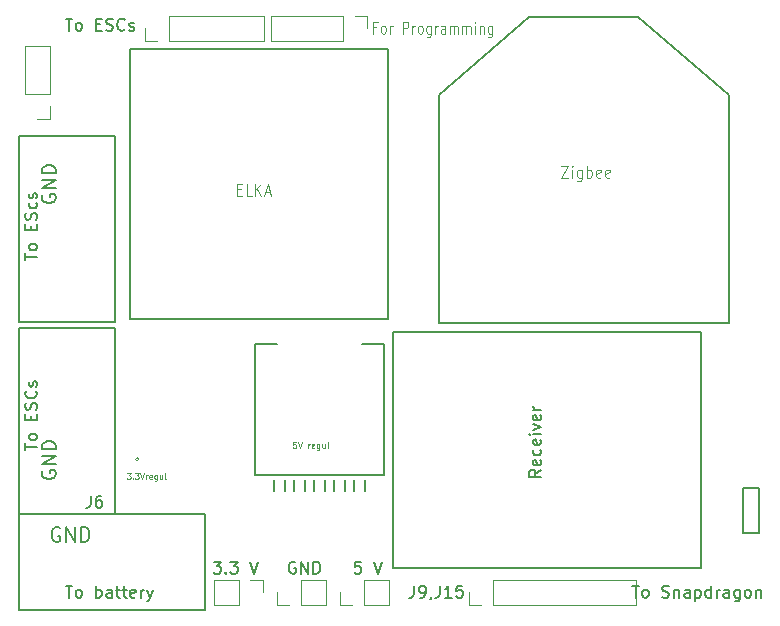
<source format=gbr>
G04 #@! TF.GenerationSoftware,KiCad,Pcbnew,5.0.0-rc3-unknown-3e22e5c~65~ubuntu16.04.1*
G04 #@! TF.CreationDate,2018-07-12T16:40:26-04:00*
G04 #@! TF.ProjectId,Phoenix_schema_ver3,50686F656E69785F736368656D615F76,rev?*
G04 #@! TF.SameCoordinates,Original*
G04 #@! TF.FileFunction,Legend,Top*
G04 #@! TF.FilePolarity,Positive*
%FSLAX46Y46*%
G04 Gerber Fmt 4.6, Leading zero omitted, Abs format (unit mm)*
G04 Created by KiCad (PCBNEW 5.0.0-rc3-unknown-3e22e5c~65~ubuntu16.04.1) date Thu Jul 12 16:40:26 2018*
%MOMM*%
%LPD*%
G01*
G04 APERTURE LIST*
%ADD10C,0.200000*%
%ADD11C,0.150000*%
%ADD12C,0.120000*%
%ADD13C,0.152400*%
%ADD14C,0.100000*%
%ADD15C,0.050000*%
G04 APERTURE END LIST*
D10*
X133858000Y-73914000D02*
X112014000Y-73914000D01*
X133858000Y-96774000D02*
X133858000Y-73914000D01*
X112014000Y-96774000D02*
X133858000Y-96774000D01*
X112014000Y-73914000D02*
X112014000Y-96774000D01*
X104556000Y-86258285D02*
X104498857Y-86372571D01*
X104498857Y-86544000D01*
X104556000Y-86715428D01*
X104670285Y-86829714D01*
X104784571Y-86886857D01*
X105013142Y-86944000D01*
X105184571Y-86944000D01*
X105413142Y-86886857D01*
X105527428Y-86829714D01*
X105641714Y-86715428D01*
X105698857Y-86544000D01*
X105698857Y-86429714D01*
X105641714Y-86258285D01*
X105584571Y-86201142D01*
X105184571Y-86201142D01*
X105184571Y-86429714D01*
X105698857Y-85686857D02*
X104498857Y-85686857D01*
X105698857Y-85001142D01*
X104498857Y-85001142D01*
X105698857Y-84429714D02*
X104498857Y-84429714D01*
X104498857Y-84144000D01*
X104556000Y-83972571D01*
X104670285Y-83858285D01*
X104784571Y-83801142D01*
X105013142Y-83744000D01*
X105184571Y-83744000D01*
X105413142Y-83801142D01*
X105527428Y-83858285D01*
X105641714Y-83972571D01*
X105698857Y-84144000D01*
X105698857Y-84429714D01*
X104556000Y-109626285D02*
X104498857Y-109740571D01*
X104498857Y-109912000D01*
X104556000Y-110083428D01*
X104670285Y-110197714D01*
X104784571Y-110254857D01*
X105013142Y-110312000D01*
X105184571Y-110312000D01*
X105413142Y-110254857D01*
X105527428Y-110197714D01*
X105641714Y-110083428D01*
X105698857Y-109912000D01*
X105698857Y-109797714D01*
X105641714Y-109626285D01*
X105584571Y-109569142D01*
X105184571Y-109569142D01*
X105184571Y-109797714D01*
X105698857Y-109054857D02*
X104498857Y-109054857D01*
X105698857Y-108369142D01*
X104498857Y-108369142D01*
X105698857Y-107797714D02*
X104498857Y-107797714D01*
X104498857Y-107512000D01*
X104556000Y-107340571D01*
X104670285Y-107226285D01*
X104784571Y-107169142D01*
X105013142Y-107112000D01*
X105184571Y-107112000D01*
X105413142Y-107169142D01*
X105527428Y-107226285D01*
X105641714Y-107340571D01*
X105698857Y-107512000D01*
X105698857Y-107797714D01*
X106019714Y-114462000D02*
X105905428Y-114404857D01*
X105734000Y-114404857D01*
X105562571Y-114462000D01*
X105448285Y-114576285D01*
X105391142Y-114690571D01*
X105334000Y-114919142D01*
X105334000Y-115090571D01*
X105391142Y-115319142D01*
X105448285Y-115433428D01*
X105562571Y-115547714D01*
X105734000Y-115604857D01*
X105848285Y-115604857D01*
X106019714Y-115547714D01*
X106076857Y-115490571D01*
X106076857Y-115090571D01*
X105848285Y-115090571D01*
X106591142Y-115604857D02*
X106591142Y-114404857D01*
X107276857Y-115604857D01*
X107276857Y-114404857D01*
X107848285Y-115604857D02*
X107848285Y-114404857D01*
X108134000Y-114404857D01*
X108305428Y-114462000D01*
X108419714Y-114576285D01*
X108476857Y-114690571D01*
X108534000Y-114919142D01*
X108534000Y-115090571D01*
X108476857Y-115319142D01*
X108419714Y-115433428D01*
X108305428Y-115547714D01*
X108134000Y-115604857D01*
X107848285Y-115604857D01*
D11*
G04 #@! TO.C,Zigbee*
X162712400Y-77774800D02*
X162712400Y-97129600D01*
X162712400Y-97129600D02*
X138176000Y-97129600D01*
X138176000Y-97129600D02*
X138176000Y-77825600D01*
X154990800Y-71221600D02*
X162712400Y-77774800D01*
X138176000Y-77825600D02*
X145745200Y-71170800D01*
X145745200Y-71170800D02*
X154990800Y-71170800D01*
D12*
G04 #@! TO.C,J9\002CJ15*
X140672000Y-120948000D02*
X140672000Y-119888000D01*
X141732000Y-120948000D02*
X140672000Y-120948000D01*
X142732000Y-120948000D02*
X142732000Y-118828000D01*
X142732000Y-118828000D02*
X154792000Y-118828000D01*
X142732000Y-120948000D02*
X154792000Y-120948000D01*
X154792000Y-120948000D02*
X154792000Y-118828000D01*
D11*
G04 #@! TO.C,R1*
X165201600Y-114858800D02*
X165201600Y-114604800D01*
X163880800Y-114858800D02*
X165201600Y-114858800D01*
X163880800Y-114655600D02*
X163880800Y-114858800D01*
X163880800Y-111048800D02*
X163880800Y-114655600D01*
X165201600Y-111048800D02*
X163880800Y-111048800D01*
X165201600Y-111048800D02*
X165201600Y-114655600D01*
X160324800Y-97840800D02*
X134264400Y-97840800D01*
X160324800Y-117856000D02*
X160324800Y-97840800D01*
X134264400Y-117856000D02*
X160324800Y-117856000D01*
X134264400Y-97840800D02*
X134264400Y-117856000D01*
D12*
G04 #@! TO.C,To ESCs*
X123360000Y-73196000D02*
X123360000Y-71076000D01*
X115300000Y-73196000D02*
X123360000Y-73196000D01*
X115300000Y-71076000D02*
X123360000Y-71076000D01*
X115300000Y-73196000D02*
X115300000Y-71076000D01*
X114300000Y-73196000D02*
X113240000Y-73196000D01*
X113240000Y-73196000D02*
X113240000Y-72136000D01*
D11*
G04 #@! TO.C,To EScs*
X110744000Y-81280000D02*
X102616000Y-81280000D01*
X102616000Y-81280000D02*
X102616000Y-81407000D01*
X110744000Y-81280000D02*
X110744000Y-97028000D01*
X110744000Y-97028000D02*
X102616000Y-97028000D01*
X102616000Y-97028000D02*
X102616000Y-81407000D01*
G04 #@! TO.C,J1*
X102616000Y-113284000D02*
X110744000Y-113284000D01*
X110744000Y-113284000D02*
X110744000Y-113157000D01*
X102616000Y-113284000D02*
X102616000Y-97536000D01*
X102616000Y-97536000D02*
X110744000Y-97536000D01*
X110744000Y-97536000D02*
X110744000Y-113157000D01*
D12*
G04 #@! TO.C,J16*
X123940000Y-71076000D02*
X123940000Y-73196000D01*
X130000000Y-71076000D02*
X123940000Y-71076000D01*
X130000000Y-73196000D02*
X123940000Y-73196000D01*
X130000000Y-71076000D02*
X130000000Y-73196000D01*
X131000000Y-71076000D02*
X132060000Y-71076000D01*
X132060000Y-71076000D02*
X132060000Y-72136000D01*
G04 #@! TO.C,J3*
X119114000Y-118828000D02*
X119114000Y-120948000D01*
X121174000Y-118828000D02*
X119114000Y-118828000D01*
X121174000Y-120948000D02*
X119114000Y-120948000D01*
X121174000Y-118828000D02*
X121174000Y-120948000D01*
X122174000Y-118828000D02*
X123234000Y-118828000D01*
X123234000Y-118828000D02*
X123234000Y-119888000D01*
G04 #@! TO.C,J4*
X128536000Y-120948000D02*
X128536000Y-118828000D01*
X126476000Y-120948000D02*
X128536000Y-120948000D01*
X126476000Y-118828000D02*
X128536000Y-118828000D01*
X126476000Y-120948000D02*
X126476000Y-118828000D01*
X125476000Y-120948000D02*
X124416000Y-120948000D01*
X124416000Y-120948000D02*
X124416000Y-119888000D01*
G04 #@! TO.C,J5*
X133870000Y-120948000D02*
X133870000Y-118828000D01*
X131810000Y-120948000D02*
X133870000Y-120948000D01*
X131810000Y-118828000D02*
X133870000Y-118828000D01*
X131810000Y-120948000D02*
X131810000Y-118828000D01*
X130810000Y-120948000D02*
X129750000Y-120948000D01*
X129750000Y-120948000D02*
X129750000Y-119888000D01*
D11*
G04 #@! TO.C,J6*
X102616000Y-113284000D02*
X102616000Y-121412000D01*
X102616000Y-121412000D02*
X102743000Y-121412000D01*
X102616000Y-113284000D02*
X118364000Y-113284000D01*
X118364000Y-113284000D02*
X118364000Y-121412000D01*
X118364000Y-121412000D02*
X102743000Y-121412000D01*
D13*
G04 #@! TO.C,*
X124155200Y-110426500D02*
X124155200Y-111340900D01*
X125857000Y-110426500D02*
X125857000Y-111340900D01*
X127558800Y-110426500D02*
X127558800Y-111340900D01*
X129260600Y-110426500D02*
X129260600Y-111340900D01*
X130962400Y-110426500D02*
X130962400Y-111340900D01*
X125069600Y-110426500D02*
X125069600Y-111340900D01*
X126771400Y-110426500D02*
X126771400Y-111340900D01*
X128473200Y-110426500D02*
X128473200Y-111340900D01*
X130175000Y-110426500D02*
X130175000Y-111340900D01*
X131876800Y-110426500D02*
X131876800Y-111340900D01*
X122555000Y-109943900D02*
X133477000Y-109943900D01*
X133477000Y-109943900D02*
X133477000Y-98844100D01*
X133477000Y-98844100D02*
X131625340Y-98844100D01*
X122555000Y-98844100D02*
X122555000Y-109943900D01*
X124406660Y-98844100D02*
X122555000Y-98844100D01*
D14*
X112740000Y-108632000D02*
G75*
G03X112740000Y-108632000I-150000J0D01*
G01*
D12*
X105200000Y-73680000D02*
X103080000Y-73680000D01*
X105200000Y-77740000D02*
X105200000Y-73680000D01*
X103080000Y-77740000D02*
X103080000Y-73680000D01*
X105200000Y-77740000D02*
X103080000Y-77740000D01*
X105200000Y-78740000D02*
X105200000Y-79800000D01*
X105200000Y-79800000D02*
X104140000Y-79800000D01*
G04 #@! TO.C,ELKA*
D15*
X121035142Y-85780571D02*
X121335142Y-85780571D01*
X121463714Y-86304380D02*
X121035142Y-86304380D01*
X121035142Y-85304380D01*
X121463714Y-85304380D01*
X122278000Y-86304380D02*
X121849428Y-86304380D01*
X121849428Y-85304380D01*
X122578000Y-86304380D02*
X122578000Y-85304380D01*
X123092285Y-86304380D02*
X122706571Y-85732952D01*
X123092285Y-85304380D02*
X122578000Y-85875809D01*
X123435142Y-86018666D02*
X123863714Y-86018666D01*
X123349428Y-86304380D02*
X123649428Y-85304380D01*
X123949428Y-86304380D01*
G04 #@! TO.C,Zigbee*
X148471200Y-83780380D02*
X149071200Y-83780380D01*
X148471200Y-84780380D01*
X149071200Y-84780380D01*
X149414057Y-84780380D02*
X149414057Y-84113714D01*
X149414057Y-83780380D02*
X149371200Y-83828000D01*
X149414057Y-83875619D01*
X149456914Y-83828000D01*
X149414057Y-83780380D01*
X149414057Y-83875619D01*
X150228342Y-84113714D02*
X150228342Y-84923238D01*
X150185485Y-85018476D01*
X150142628Y-85066095D01*
X150056914Y-85113714D01*
X149928342Y-85113714D01*
X149842628Y-85066095D01*
X150228342Y-84732761D02*
X150142628Y-84780380D01*
X149971200Y-84780380D01*
X149885485Y-84732761D01*
X149842628Y-84685142D01*
X149799771Y-84589904D01*
X149799771Y-84304190D01*
X149842628Y-84208952D01*
X149885485Y-84161333D01*
X149971200Y-84113714D01*
X150142628Y-84113714D01*
X150228342Y-84161333D01*
X150656914Y-84780380D02*
X150656914Y-83780380D01*
X150656914Y-84161333D02*
X150742628Y-84113714D01*
X150914057Y-84113714D01*
X150999771Y-84161333D01*
X151042628Y-84208952D01*
X151085485Y-84304190D01*
X151085485Y-84589904D01*
X151042628Y-84685142D01*
X150999771Y-84732761D01*
X150914057Y-84780380D01*
X150742628Y-84780380D01*
X150656914Y-84732761D01*
X151814057Y-84732761D02*
X151728342Y-84780380D01*
X151556914Y-84780380D01*
X151471200Y-84732761D01*
X151428342Y-84637523D01*
X151428342Y-84256571D01*
X151471200Y-84161333D01*
X151556914Y-84113714D01*
X151728342Y-84113714D01*
X151814057Y-84161333D01*
X151856914Y-84256571D01*
X151856914Y-84351809D01*
X151428342Y-84447047D01*
X152585485Y-84732761D02*
X152499771Y-84780380D01*
X152328342Y-84780380D01*
X152242628Y-84732761D01*
X152199771Y-84637523D01*
X152199771Y-84256571D01*
X152242628Y-84161333D01*
X152328342Y-84113714D01*
X152499771Y-84113714D01*
X152585485Y-84161333D01*
X152628342Y-84256571D01*
X152628342Y-84351809D01*
X152199771Y-84447047D01*
G04 #@! TO.C,J9\002CJ15*
D11*
X136017238Y-119340380D02*
X136017238Y-120054666D01*
X135969619Y-120197523D01*
X135874380Y-120292761D01*
X135731523Y-120340380D01*
X135636285Y-120340380D01*
X136541047Y-120340380D02*
X136731523Y-120340380D01*
X136826761Y-120292761D01*
X136874380Y-120245142D01*
X136969619Y-120102285D01*
X137017238Y-119911809D01*
X137017238Y-119530857D01*
X136969619Y-119435619D01*
X136922000Y-119388000D01*
X136826761Y-119340380D01*
X136636285Y-119340380D01*
X136541047Y-119388000D01*
X136493428Y-119435619D01*
X136445809Y-119530857D01*
X136445809Y-119768952D01*
X136493428Y-119864190D01*
X136541047Y-119911809D01*
X136636285Y-119959428D01*
X136826761Y-119959428D01*
X136922000Y-119911809D01*
X136969619Y-119864190D01*
X137017238Y-119768952D01*
X137493428Y-120292761D02*
X137493428Y-120340380D01*
X137445809Y-120435619D01*
X137398190Y-120483238D01*
X138207714Y-119340380D02*
X138207714Y-120054666D01*
X138160095Y-120197523D01*
X138064857Y-120292761D01*
X137922000Y-120340380D01*
X137826761Y-120340380D01*
X139207714Y-120340380D02*
X138636285Y-120340380D01*
X138922000Y-120340380D02*
X138922000Y-119340380D01*
X138826761Y-119483238D01*
X138731523Y-119578476D01*
X138636285Y-119626095D01*
X140112476Y-119340380D02*
X139636285Y-119340380D01*
X139588666Y-119816571D01*
X139636285Y-119768952D01*
X139731523Y-119721333D01*
X139969619Y-119721333D01*
X140064857Y-119768952D01*
X140112476Y-119816571D01*
X140160095Y-119911809D01*
X140160095Y-120149904D01*
X140112476Y-120245142D01*
X140064857Y-120292761D01*
X139969619Y-120340380D01*
X139731523Y-120340380D01*
X139636285Y-120292761D01*
X139588666Y-120245142D01*
X154496190Y-119340380D02*
X155067619Y-119340380D01*
X154781904Y-120340380D02*
X154781904Y-119340380D01*
X155543809Y-120340380D02*
X155448571Y-120292761D01*
X155400952Y-120245142D01*
X155353333Y-120149904D01*
X155353333Y-119864190D01*
X155400952Y-119768952D01*
X155448571Y-119721333D01*
X155543809Y-119673714D01*
X155686666Y-119673714D01*
X155781904Y-119721333D01*
X155829523Y-119768952D01*
X155877142Y-119864190D01*
X155877142Y-120149904D01*
X155829523Y-120245142D01*
X155781904Y-120292761D01*
X155686666Y-120340380D01*
X155543809Y-120340380D01*
X157020000Y-120292761D02*
X157162857Y-120340380D01*
X157400952Y-120340380D01*
X157496190Y-120292761D01*
X157543809Y-120245142D01*
X157591428Y-120149904D01*
X157591428Y-120054666D01*
X157543809Y-119959428D01*
X157496190Y-119911809D01*
X157400952Y-119864190D01*
X157210476Y-119816571D01*
X157115238Y-119768952D01*
X157067619Y-119721333D01*
X157020000Y-119626095D01*
X157020000Y-119530857D01*
X157067619Y-119435619D01*
X157115238Y-119388000D01*
X157210476Y-119340380D01*
X157448571Y-119340380D01*
X157591428Y-119388000D01*
X158020000Y-119673714D02*
X158020000Y-120340380D01*
X158020000Y-119768952D02*
X158067619Y-119721333D01*
X158162857Y-119673714D01*
X158305714Y-119673714D01*
X158400952Y-119721333D01*
X158448571Y-119816571D01*
X158448571Y-120340380D01*
X159353333Y-120340380D02*
X159353333Y-119816571D01*
X159305714Y-119721333D01*
X159210476Y-119673714D01*
X159020000Y-119673714D01*
X158924761Y-119721333D01*
X159353333Y-120292761D02*
X159258095Y-120340380D01*
X159020000Y-120340380D01*
X158924761Y-120292761D01*
X158877142Y-120197523D01*
X158877142Y-120102285D01*
X158924761Y-120007047D01*
X159020000Y-119959428D01*
X159258095Y-119959428D01*
X159353333Y-119911809D01*
X159829523Y-119673714D02*
X159829523Y-120673714D01*
X159829523Y-119721333D02*
X159924761Y-119673714D01*
X160115238Y-119673714D01*
X160210476Y-119721333D01*
X160258095Y-119768952D01*
X160305714Y-119864190D01*
X160305714Y-120149904D01*
X160258095Y-120245142D01*
X160210476Y-120292761D01*
X160115238Y-120340380D01*
X159924761Y-120340380D01*
X159829523Y-120292761D01*
X161162857Y-120340380D02*
X161162857Y-119340380D01*
X161162857Y-120292761D02*
X161067619Y-120340380D01*
X160877142Y-120340380D01*
X160781904Y-120292761D01*
X160734285Y-120245142D01*
X160686666Y-120149904D01*
X160686666Y-119864190D01*
X160734285Y-119768952D01*
X160781904Y-119721333D01*
X160877142Y-119673714D01*
X161067619Y-119673714D01*
X161162857Y-119721333D01*
X161639047Y-120340380D02*
X161639047Y-119673714D01*
X161639047Y-119864190D02*
X161686666Y-119768952D01*
X161734285Y-119721333D01*
X161829523Y-119673714D01*
X161924761Y-119673714D01*
X162686666Y-120340380D02*
X162686666Y-119816571D01*
X162639047Y-119721333D01*
X162543809Y-119673714D01*
X162353333Y-119673714D01*
X162258095Y-119721333D01*
X162686666Y-120292761D02*
X162591428Y-120340380D01*
X162353333Y-120340380D01*
X162258095Y-120292761D01*
X162210476Y-120197523D01*
X162210476Y-120102285D01*
X162258095Y-120007047D01*
X162353333Y-119959428D01*
X162591428Y-119959428D01*
X162686666Y-119911809D01*
X163591428Y-119673714D02*
X163591428Y-120483238D01*
X163543809Y-120578476D01*
X163496190Y-120626095D01*
X163400952Y-120673714D01*
X163258095Y-120673714D01*
X163162857Y-120626095D01*
X163591428Y-120292761D02*
X163496190Y-120340380D01*
X163305714Y-120340380D01*
X163210476Y-120292761D01*
X163162857Y-120245142D01*
X163115238Y-120149904D01*
X163115238Y-119864190D01*
X163162857Y-119768952D01*
X163210476Y-119721333D01*
X163305714Y-119673714D01*
X163496190Y-119673714D01*
X163591428Y-119721333D01*
X164210476Y-120340380D02*
X164115238Y-120292761D01*
X164067619Y-120245142D01*
X164020000Y-120149904D01*
X164020000Y-119864190D01*
X164067619Y-119768952D01*
X164115238Y-119721333D01*
X164210476Y-119673714D01*
X164353333Y-119673714D01*
X164448571Y-119721333D01*
X164496190Y-119768952D01*
X164543809Y-119864190D01*
X164543809Y-120149904D01*
X164496190Y-120245142D01*
X164448571Y-120292761D01*
X164353333Y-120340380D01*
X164210476Y-120340380D01*
X164972380Y-119673714D02*
X164972380Y-120340380D01*
X164972380Y-119768952D02*
X165020000Y-119721333D01*
X165115238Y-119673714D01*
X165258095Y-119673714D01*
X165353333Y-119721333D01*
X165400952Y-119816571D01*
X165400952Y-120340380D01*
G04 #@! TO.C,R1*
X146756380Y-109521333D02*
X146280190Y-109854666D01*
X146756380Y-110092761D02*
X145756380Y-110092761D01*
X145756380Y-109711809D01*
X145804000Y-109616571D01*
X145851619Y-109568952D01*
X145946857Y-109521333D01*
X146089714Y-109521333D01*
X146184952Y-109568952D01*
X146232571Y-109616571D01*
X146280190Y-109711809D01*
X146280190Y-110092761D01*
X146708761Y-108711809D02*
X146756380Y-108807047D01*
X146756380Y-108997523D01*
X146708761Y-109092761D01*
X146613523Y-109140380D01*
X146232571Y-109140380D01*
X146137333Y-109092761D01*
X146089714Y-108997523D01*
X146089714Y-108807047D01*
X146137333Y-108711809D01*
X146232571Y-108664190D01*
X146327809Y-108664190D01*
X146423047Y-109140380D01*
X146708761Y-107807047D02*
X146756380Y-107902285D01*
X146756380Y-108092761D01*
X146708761Y-108188000D01*
X146661142Y-108235619D01*
X146565904Y-108283238D01*
X146280190Y-108283238D01*
X146184952Y-108235619D01*
X146137333Y-108188000D01*
X146089714Y-108092761D01*
X146089714Y-107902285D01*
X146137333Y-107807047D01*
X146708761Y-106997523D02*
X146756380Y-107092761D01*
X146756380Y-107283238D01*
X146708761Y-107378476D01*
X146613523Y-107426095D01*
X146232571Y-107426095D01*
X146137333Y-107378476D01*
X146089714Y-107283238D01*
X146089714Y-107092761D01*
X146137333Y-106997523D01*
X146232571Y-106949904D01*
X146327809Y-106949904D01*
X146423047Y-107426095D01*
X146756380Y-106521333D02*
X146089714Y-106521333D01*
X145756380Y-106521333D02*
X145804000Y-106568952D01*
X145851619Y-106521333D01*
X145804000Y-106473714D01*
X145756380Y-106521333D01*
X145851619Y-106521333D01*
X146089714Y-106140380D02*
X146756380Y-105902285D01*
X146089714Y-105664190D01*
X146708761Y-104902285D02*
X146756380Y-104997523D01*
X146756380Y-105188000D01*
X146708761Y-105283238D01*
X146613523Y-105330857D01*
X146232571Y-105330857D01*
X146137333Y-105283238D01*
X146089714Y-105188000D01*
X146089714Y-104997523D01*
X146137333Y-104902285D01*
X146232571Y-104854666D01*
X146327809Y-104854666D01*
X146423047Y-105330857D01*
X146756380Y-104426095D02*
X146089714Y-104426095D01*
X146280190Y-104426095D02*
X146184952Y-104378476D01*
X146137333Y-104330857D01*
X146089714Y-104235619D01*
X146089714Y-104140380D01*
G04 #@! TO.C,To ESCs*
X106521619Y-71334380D02*
X107093047Y-71334380D01*
X106807333Y-72334380D02*
X106807333Y-71334380D01*
X107569238Y-72334380D02*
X107474000Y-72286761D01*
X107426380Y-72239142D01*
X107378761Y-72143904D01*
X107378761Y-71858190D01*
X107426380Y-71762952D01*
X107474000Y-71715333D01*
X107569238Y-71667714D01*
X107712095Y-71667714D01*
X107807333Y-71715333D01*
X107854952Y-71762952D01*
X107902571Y-71858190D01*
X107902571Y-72143904D01*
X107854952Y-72239142D01*
X107807333Y-72286761D01*
X107712095Y-72334380D01*
X107569238Y-72334380D01*
X109093047Y-71810571D02*
X109426380Y-71810571D01*
X109569238Y-72334380D02*
X109093047Y-72334380D01*
X109093047Y-71334380D01*
X109569238Y-71334380D01*
X109950190Y-72286761D02*
X110093047Y-72334380D01*
X110331142Y-72334380D01*
X110426380Y-72286761D01*
X110474000Y-72239142D01*
X110521619Y-72143904D01*
X110521619Y-72048666D01*
X110474000Y-71953428D01*
X110426380Y-71905809D01*
X110331142Y-71858190D01*
X110140666Y-71810571D01*
X110045428Y-71762952D01*
X109997809Y-71715333D01*
X109950190Y-71620095D01*
X109950190Y-71524857D01*
X109997809Y-71429619D01*
X110045428Y-71382000D01*
X110140666Y-71334380D01*
X110378761Y-71334380D01*
X110521619Y-71382000D01*
X111521619Y-72239142D02*
X111474000Y-72286761D01*
X111331142Y-72334380D01*
X111235904Y-72334380D01*
X111093047Y-72286761D01*
X110997809Y-72191523D01*
X110950190Y-72096285D01*
X110902571Y-71905809D01*
X110902571Y-71762952D01*
X110950190Y-71572476D01*
X110997809Y-71477238D01*
X111093047Y-71382000D01*
X111235904Y-71334380D01*
X111331142Y-71334380D01*
X111474000Y-71382000D01*
X111521619Y-71429619D01*
X111902571Y-72286761D02*
X111997809Y-72334380D01*
X112188285Y-72334380D01*
X112283523Y-72286761D01*
X112331142Y-72191523D01*
X112331142Y-72143904D01*
X112283523Y-72048666D01*
X112188285Y-72001047D01*
X112045428Y-72001047D01*
X111950190Y-71953428D01*
X111902571Y-71858190D01*
X111902571Y-71810571D01*
X111950190Y-71715333D01*
X112045428Y-71667714D01*
X112188285Y-71667714D01*
X112283523Y-71715333D01*
G04 #@! TO.C,To EScs*
X103084380Y-91780952D02*
X103084380Y-91209523D01*
X104084380Y-91495238D02*
X103084380Y-91495238D01*
X104084380Y-90733333D02*
X104036761Y-90828571D01*
X103989142Y-90876190D01*
X103893904Y-90923809D01*
X103608190Y-90923809D01*
X103512952Y-90876190D01*
X103465333Y-90828571D01*
X103417714Y-90733333D01*
X103417714Y-90590476D01*
X103465333Y-90495238D01*
X103512952Y-90447619D01*
X103608190Y-90400000D01*
X103893904Y-90400000D01*
X103989142Y-90447619D01*
X104036761Y-90495238D01*
X104084380Y-90590476D01*
X104084380Y-90733333D01*
X103560571Y-89209523D02*
X103560571Y-88876190D01*
X104084380Y-88733333D02*
X104084380Y-89209523D01*
X103084380Y-89209523D01*
X103084380Y-88733333D01*
X104036761Y-88352380D02*
X104084380Y-88209523D01*
X104084380Y-87971428D01*
X104036761Y-87876190D01*
X103989142Y-87828571D01*
X103893904Y-87780952D01*
X103798666Y-87780952D01*
X103703428Y-87828571D01*
X103655809Y-87876190D01*
X103608190Y-87971428D01*
X103560571Y-88161904D01*
X103512952Y-88257142D01*
X103465333Y-88304761D01*
X103370095Y-88352380D01*
X103274857Y-88352380D01*
X103179619Y-88304761D01*
X103132000Y-88257142D01*
X103084380Y-88161904D01*
X103084380Y-87923809D01*
X103132000Y-87780952D01*
X104036761Y-86923809D02*
X104084380Y-87019047D01*
X104084380Y-87209523D01*
X104036761Y-87304761D01*
X103989142Y-87352380D01*
X103893904Y-87400000D01*
X103608190Y-87400000D01*
X103512952Y-87352380D01*
X103465333Y-87304761D01*
X103417714Y-87209523D01*
X103417714Y-87019047D01*
X103465333Y-86923809D01*
X104036761Y-86542857D02*
X104084380Y-86447619D01*
X104084380Y-86257142D01*
X104036761Y-86161904D01*
X103941523Y-86114285D01*
X103893904Y-86114285D01*
X103798666Y-86161904D01*
X103751047Y-86257142D01*
X103751047Y-86400000D01*
X103703428Y-86495238D01*
X103608190Y-86542857D01*
X103560571Y-86542857D01*
X103465333Y-86495238D01*
X103417714Y-86400000D01*
X103417714Y-86257142D01*
X103465333Y-86161904D01*
G04 #@! TO.C,J1*
X106521714Y-119340380D02*
X107093142Y-119340380D01*
X106807428Y-120340380D02*
X106807428Y-119340380D01*
X107569333Y-120340380D02*
X107474095Y-120292761D01*
X107426476Y-120245142D01*
X107378857Y-120149904D01*
X107378857Y-119864190D01*
X107426476Y-119768952D01*
X107474095Y-119721333D01*
X107569333Y-119673714D01*
X107712190Y-119673714D01*
X107807428Y-119721333D01*
X107855047Y-119768952D01*
X107902666Y-119864190D01*
X107902666Y-120149904D01*
X107855047Y-120245142D01*
X107807428Y-120292761D01*
X107712190Y-120340380D01*
X107569333Y-120340380D01*
X109093142Y-120340380D02*
X109093142Y-119340380D01*
X109093142Y-119721333D02*
X109188380Y-119673714D01*
X109378857Y-119673714D01*
X109474095Y-119721333D01*
X109521714Y-119768952D01*
X109569333Y-119864190D01*
X109569333Y-120149904D01*
X109521714Y-120245142D01*
X109474095Y-120292761D01*
X109378857Y-120340380D01*
X109188380Y-120340380D01*
X109093142Y-120292761D01*
X110426476Y-120340380D02*
X110426476Y-119816571D01*
X110378857Y-119721333D01*
X110283619Y-119673714D01*
X110093142Y-119673714D01*
X109997904Y-119721333D01*
X110426476Y-120292761D02*
X110331238Y-120340380D01*
X110093142Y-120340380D01*
X109997904Y-120292761D01*
X109950285Y-120197523D01*
X109950285Y-120102285D01*
X109997904Y-120007047D01*
X110093142Y-119959428D01*
X110331238Y-119959428D01*
X110426476Y-119911809D01*
X110759809Y-119673714D02*
X111140761Y-119673714D01*
X110902666Y-119340380D02*
X110902666Y-120197523D01*
X110950285Y-120292761D01*
X111045523Y-120340380D01*
X111140761Y-120340380D01*
X111331238Y-119673714D02*
X111712190Y-119673714D01*
X111474095Y-119340380D02*
X111474095Y-120197523D01*
X111521714Y-120292761D01*
X111616952Y-120340380D01*
X111712190Y-120340380D01*
X112426476Y-120292761D02*
X112331238Y-120340380D01*
X112140761Y-120340380D01*
X112045523Y-120292761D01*
X111997904Y-120197523D01*
X111997904Y-119816571D01*
X112045523Y-119721333D01*
X112140761Y-119673714D01*
X112331238Y-119673714D01*
X112426476Y-119721333D01*
X112474095Y-119816571D01*
X112474095Y-119911809D01*
X111997904Y-120007047D01*
X112902666Y-120340380D02*
X112902666Y-119673714D01*
X112902666Y-119864190D02*
X112950285Y-119768952D01*
X112997904Y-119721333D01*
X113093142Y-119673714D01*
X113188380Y-119673714D01*
X113426476Y-119673714D02*
X113664571Y-120340380D01*
X113902666Y-119673714D02*
X113664571Y-120340380D01*
X113569333Y-120578476D01*
X113521714Y-120626095D01*
X113426476Y-120673714D01*
G04 #@! TO.C,J16*
D12*
X132842095Y-72064571D02*
X132575428Y-72064571D01*
X132575428Y-72588380D02*
X132575428Y-71588380D01*
X132956380Y-71588380D01*
X133375428Y-72588380D02*
X133299238Y-72540761D01*
X133261142Y-72493142D01*
X133223047Y-72397904D01*
X133223047Y-72112190D01*
X133261142Y-72016952D01*
X133299238Y-71969333D01*
X133375428Y-71921714D01*
X133489714Y-71921714D01*
X133565904Y-71969333D01*
X133604000Y-72016952D01*
X133642095Y-72112190D01*
X133642095Y-72397904D01*
X133604000Y-72493142D01*
X133565904Y-72540761D01*
X133489714Y-72588380D01*
X133375428Y-72588380D01*
X133984952Y-72588380D02*
X133984952Y-71921714D01*
X133984952Y-72112190D02*
X134023047Y-72016952D01*
X134061142Y-71969333D01*
X134137333Y-71921714D01*
X134213523Y-71921714D01*
X135089714Y-72588380D02*
X135089714Y-71588380D01*
X135394476Y-71588380D01*
X135470666Y-71636000D01*
X135508761Y-71683619D01*
X135546857Y-71778857D01*
X135546857Y-71921714D01*
X135508761Y-72016952D01*
X135470666Y-72064571D01*
X135394476Y-72112190D01*
X135089714Y-72112190D01*
X135889714Y-72588380D02*
X135889714Y-71921714D01*
X135889714Y-72112190D02*
X135927809Y-72016952D01*
X135965904Y-71969333D01*
X136042095Y-71921714D01*
X136118285Y-71921714D01*
X136499238Y-72588380D02*
X136423047Y-72540761D01*
X136384952Y-72493142D01*
X136346857Y-72397904D01*
X136346857Y-72112190D01*
X136384952Y-72016952D01*
X136423047Y-71969333D01*
X136499238Y-71921714D01*
X136613523Y-71921714D01*
X136689714Y-71969333D01*
X136727809Y-72016952D01*
X136765904Y-72112190D01*
X136765904Y-72397904D01*
X136727809Y-72493142D01*
X136689714Y-72540761D01*
X136613523Y-72588380D01*
X136499238Y-72588380D01*
X137451619Y-71921714D02*
X137451619Y-72731238D01*
X137413523Y-72826476D01*
X137375428Y-72874095D01*
X137299238Y-72921714D01*
X137184952Y-72921714D01*
X137108761Y-72874095D01*
X137451619Y-72540761D02*
X137375428Y-72588380D01*
X137223047Y-72588380D01*
X137146857Y-72540761D01*
X137108761Y-72493142D01*
X137070666Y-72397904D01*
X137070666Y-72112190D01*
X137108761Y-72016952D01*
X137146857Y-71969333D01*
X137223047Y-71921714D01*
X137375428Y-71921714D01*
X137451619Y-71969333D01*
X137832571Y-72588380D02*
X137832571Y-71921714D01*
X137832571Y-72112190D02*
X137870666Y-72016952D01*
X137908761Y-71969333D01*
X137984952Y-71921714D01*
X138061142Y-71921714D01*
X138670666Y-72588380D02*
X138670666Y-72064571D01*
X138632571Y-71969333D01*
X138556380Y-71921714D01*
X138404000Y-71921714D01*
X138327809Y-71969333D01*
X138670666Y-72540761D02*
X138594476Y-72588380D01*
X138404000Y-72588380D01*
X138327809Y-72540761D01*
X138289714Y-72445523D01*
X138289714Y-72350285D01*
X138327809Y-72255047D01*
X138404000Y-72207428D01*
X138594476Y-72207428D01*
X138670666Y-72159809D01*
X139051619Y-72588380D02*
X139051619Y-71921714D01*
X139051619Y-72016952D02*
X139089714Y-71969333D01*
X139165904Y-71921714D01*
X139280190Y-71921714D01*
X139356380Y-71969333D01*
X139394476Y-72064571D01*
X139394476Y-72588380D01*
X139394476Y-72064571D02*
X139432571Y-71969333D01*
X139508761Y-71921714D01*
X139623047Y-71921714D01*
X139699238Y-71969333D01*
X139737333Y-72064571D01*
X139737333Y-72588380D01*
X140118285Y-72588380D02*
X140118285Y-71921714D01*
X140118285Y-72016952D02*
X140156380Y-71969333D01*
X140232571Y-71921714D01*
X140346857Y-71921714D01*
X140423047Y-71969333D01*
X140461142Y-72064571D01*
X140461142Y-72588380D01*
X140461142Y-72064571D02*
X140499238Y-71969333D01*
X140575428Y-71921714D01*
X140689714Y-71921714D01*
X140765904Y-71969333D01*
X140804000Y-72064571D01*
X140804000Y-72588380D01*
X141184952Y-72588380D02*
X141184952Y-71921714D01*
X141184952Y-71588380D02*
X141146857Y-71636000D01*
X141184952Y-71683619D01*
X141223047Y-71636000D01*
X141184952Y-71588380D01*
X141184952Y-71683619D01*
X141565904Y-71921714D02*
X141565904Y-72588380D01*
X141565904Y-72016952D02*
X141604000Y-71969333D01*
X141680190Y-71921714D01*
X141794476Y-71921714D01*
X141870666Y-71969333D01*
X141908761Y-72064571D01*
X141908761Y-72588380D01*
X142632571Y-71921714D02*
X142632571Y-72731238D01*
X142594476Y-72826476D01*
X142556380Y-72874095D01*
X142480190Y-72921714D01*
X142365904Y-72921714D01*
X142289714Y-72874095D01*
X142632571Y-72540761D02*
X142556380Y-72588380D01*
X142404000Y-72588380D01*
X142327809Y-72540761D01*
X142289714Y-72493142D01*
X142251619Y-72397904D01*
X142251619Y-72112190D01*
X142289714Y-72016952D01*
X142327809Y-71969333D01*
X142404000Y-71921714D01*
X142556380Y-71921714D01*
X142632571Y-71969333D01*
G04 #@! TO.C,J3*
D11*
X119046857Y-117308380D02*
X119665904Y-117308380D01*
X119332571Y-117689333D01*
X119475428Y-117689333D01*
X119570666Y-117736952D01*
X119618285Y-117784571D01*
X119665904Y-117879809D01*
X119665904Y-118117904D01*
X119618285Y-118213142D01*
X119570666Y-118260761D01*
X119475428Y-118308380D01*
X119189714Y-118308380D01*
X119094476Y-118260761D01*
X119046857Y-118213142D01*
X120094476Y-118213142D02*
X120142095Y-118260761D01*
X120094476Y-118308380D01*
X120046857Y-118260761D01*
X120094476Y-118213142D01*
X120094476Y-118308380D01*
X120475428Y-117308380D02*
X121094476Y-117308380D01*
X120761142Y-117689333D01*
X120904000Y-117689333D01*
X120999238Y-117736952D01*
X121046857Y-117784571D01*
X121094476Y-117879809D01*
X121094476Y-118117904D01*
X121046857Y-118213142D01*
X120999238Y-118260761D01*
X120904000Y-118308380D01*
X120618285Y-118308380D01*
X120523047Y-118260761D01*
X120475428Y-118213142D01*
X122142095Y-117308380D02*
X122475428Y-118308380D01*
X122808761Y-117308380D01*
G04 #@! TO.C,J4*
X125984095Y-117356000D02*
X125888857Y-117308380D01*
X125746000Y-117308380D01*
X125603142Y-117356000D01*
X125507904Y-117451238D01*
X125460285Y-117546476D01*
X125412666Y-117736952D01*
X125412666Y-117879809D01*
X125460285Y-118070285D01*
X125507904Y-118165523D01*
X125603142Y-118260761D01*
X125746000Y-118308380D01*
X125841238Y-118308380D01*
X125984095Y-118260761D01*
X126031714Y-118213142D01*
X126031714Y-117879809D01*
X125841238Y-117879809D01*
X126460285Y-118308380D02*
X126460285Y-117308380D01*
X127031714Y-118308380D01*
X127031714Y-117308380D01*
X127507904Y-118308380D02*
X127507904Y-117308380D01*
X127746000Y-117308380D01*
X127888857Y-117356000D01*
X127984095Y-117451238D01*
X128031714Y-117546476D01*
X128079333Y-117736952D01*
X128079333Y-117879809D01*
X128031714Y-118070285D01*
X127984095Y-118165523D01*
X127888857Y-118260761D01*
X127746000Y-118308380D01*
X127507904Y-118308380D01*
G04 #@! TO.C,J5*
X131508571Y-117308380D02*
X131032380Y-117308380D01*
X130984761Y-117784571D01*
X131032380Y-117736952D01*
X131127619Y-117689333D01*
X131365714Y-117689333D01*
X131460952Y-117736952D01*
X131508571Y-117784571D01*
X131556190Y-117879809D01*
X131556190Y-118117904D01*
X131508571Y-118213142D01*
X131460952Y-118260761D01*
X131365714Y-118308380D01*
X131127619Y-118308380D01*
X131032380Y-118260761D01*
X130984761Y-118213142D01*
X132603809Y-117308380D02*
X132937142Y-118308380D01*
X133270476Y-117308380D01*
G04 #@! TO.C,J6*
X108632666Y-111720380D02*
X108632666Y-112434666D01*
X108585047Y-112577523D01*
X108489809Y-112672761D01*
X108346952Y-112720380D01*
X108251714Y-112720380D01*
X109537428Y-111720380D02*
X109346952Y-111720380D01*
X109251714Y-111768000D01*
X109204095Y-111815619D01*
X109108857Y-111958476D01*
X109061238Y-112148952D01*
X109061238Y-112529904D01*
X109108857Y-112625142D01*
X109156476Y-112672761D01*
X109251714Y-112720380D01*
X109442190Y-112720380D01*
X109537428Y-112672761D01*
X109585047Y-112625142D01*
X109632666Y-112529904D01*
X109632666Y-112291809D01*
X109585047Y-112196571D01*
X109537428Y-112148952D01*
X109442190Y-112101333D01*
X109251714Y-112101333D01*
X109156476Y-112148952D01*
X109108857Y-112196571D01*
X109061238Y-112291809D01*
X103084380Y-107854380D02*
X103084380Y-107282952D01*
X104084380Y-107568666D02*
X103084380Y-107568666D01*
X104084380Y-106806761D02*
X104036761Y-106902000D01*
X103989142Y-106949619D01*
X103893904Y-106997238D01*
X103608190Y-106997238D01*
X103512952Y-106949619D01*
X103465333Y-106902000D01*
X103417714Y-106806761D01*
X103417714Y-106663904D01*
X103465333Y-106568666D01*
X103512952Y-106521047D01*
X103608190Y-106473428D01*
X103893904Y-106473428D01*
X103989142Y-106521047D01*
X104036761Y-106568666D01*
X104084380Y-106663904D01*
X104084380Y-106806761D01*
X103560571Y-105282952D02*
X103560571Y-104949619D01*
X104084380Y-104806761D02*
X104084380Y-105282952D01*
X103084380Y-105282952D01*
X103084380Y-104806761D01*
X104036761Y-104425809D02*
X104084380Y-104282952D01*
X104084380Y-104044857D01*
X104036761Y-103949619D01*
X103989142Y-103902000D01*
X103893904Y-103854380D01*
X103798666Y-103854380D01*
X103703428Y-103902000D01*
X103655809Y-103949619D01*
X103608190Y-104044857D01*
X103560571Y-104235333D01*
X103512952Y-104330571D01*
X103465333Y-104378190D01*
X103370095Y-104425809D01*
X103274857Y-104425809D01*
X103179619Y-104378190D01*
X103132000Y-104330571D01*
X103084380Y-104235333D01*
X103084380Y-103997238D01*
X103132000Y-103854380D01*
X103989142Y-102854380D02*
X104036761Y-102902000D01*
X104084380Y-103044857D01*
X104084380Y-103140095D01*
X104036761Y-103282952D01*
X103941523Y-103378190D01*
X103846285Y-103425809D01*
X103655809Y-103473428D01*
X103512952Y-103473428D01*
X103322476Y-103425809D01*
X103227238Y-103378190D01*
X103132000Y-103282952D01*
X103084380Y-103140095D01*
X103084380Y-103044857D01*
X103132000Y-102902000D01*
X103179619Y-102854380D01*
X104036761Y-102473428D02*
X104084380Y-102378190D01*
X104084380Y-102187714D01*
X104036761Y-102092476D01*
X103941523Y-102044857D01*
X103893904Y-102044857D01*
X103798666Y-102092476D01*
X103751047Y-102187714D01*
X103751047Y-102330571D01*
X103703428Y-102425809D01*
X103608190Y-102473428D01*
X103560571Y-102473428D01*
X103465333Y-102425809D01*
X103417714Y-102330571D01*
X103417714Y-102187714D01*
X103465333Y-102092476D01*
G04 #@! TO.C,*
D14*
X126015904Y-107168190D02*
X125777809Y-107168190D01*
X125754000Y-107406285D01*
X125777809Y-107382476D01*
X125825428Y-107358666D01*
X125944476Y-107358666D01*
X125992095Y-107382476D01*
X126015904Y-107406285D01*
X126039714Y-107453904D01*
X126039714Y-107572952D01*
X126015904Y-107620571D01*
X125992095Y-107644380D01*
X125944476Y-107668190D01*
X125825428Y-107668190D01*
X125777809Y-107644380D01*
X125754000Y-107620571D01*
X126182571Y-107168190D02*
X126349238Y-107668190D01*
X126515904Y-107168190D01*
X127063523Y-107668190D02*
X127063523Y-107334857D01*
X127063523Y-107430095D02*
X127087333Y-107382476D01*
X127111142Y-107358666D01*
X127158761Y-107334857D01*
X127206380Y-107334857D01*
X127563523Y-107644380D02*
X127515904Y-107668190D01*
X127420666Y-107668190D01*
X127373047Y-107644380D01*
X127349238Y-107596761D01*
X127349238Y-107406285D01*
X127373047Y-107358666D01*
X127420666Y-107334857D01*
X127515904Y-107334857D01*
X127563523Y-107358666D01*
X127587333Y-107406285D01*
X127587333Y-107453904D01*
X127349238Y-107501523D01*
X128015904Y-107334857D02*
X128015904Y-107739619D01*
X127992095Y-107787238D01*
X127968285Y-107811047D01*
X127920666Y-107834857D01*
X127849238Y-107834857D01*
X127801619Y-107811047D01*
X128015904Y-107644380D02*
X127968285Y-107668190D01*
X127873047Y-107668190D01*
X127825428Y-107644380D01*
X127801619Y-107620571D01*
X127777809Y-107572952D01*
X127777809Y-107430095D01*
X127801619Y-107382476D01*
X127825428Y-107358666D01*
X127873047Y-107334857D01*
X127968285Y-107334857D01*
X128015904Y-107358666D01*
X128468285Y-107334857D02*
X128468285Y-107668190D01*
X128254000Y-107334857D02*
X128254000Y-107596761D01*
X128277809Y-107644380D01*
X128325428Y-107668190D01*
X128396857Y-107668190D01*
X128444476Y-107644380D01*
X128468285Y-107620571D01*
X128777809Y-107668190D02*
X128730190Y-107644380D01*
X128706380Y-107596761D01*
X128706380Y-107168190D01*
D15*
X111721292Y-109818002D02*
X112021476Y-109818002D01*
X111859838Y-110002731D01*
X111929112Y-110002731D01*
X111975294Y-110025822D01*
X111998385Y-110048913D01*
X112021476Y-110095095D01*
X112021476Y-110210551D01*
X111998385Y-110256733D01*
X111975294Y-110279824D01*
X111929112Y-110302915D01*
X111790565Y-110302915D01*
X111744383Y-110279824D01*
X111721292Y-110256733D01*
X112229296Y-110256733D02*
X112252387Y-110279824D01*
X112229296Y-110302915D01*
X112206205Y-110279824D01*
X112229296Y-110256733D01*
X112229296Y-110302915D01*
X112414025Y-109818002D02*
X112714209Y-109818002D01*
X112552571Y-110002731D01*
X112621844Y-110002731D01*
X112668027Y-110025822D01*
X112691118Y-110048913D01*
X112714209Y-110095095D01*
X112714209Y-110210551D01*
X112691118Y-110256733D01*
X112668027Y-110279824D01*
X112621844Y-110302915D01*
X112483298Y-110302915D01*
X112437116Y-110279824D01*
X112414025Y-110256733D01*
X112852755Y-109818002D02*
X113014393Y-110302915D01*
X113176031Y-109818002D01*
X113337668Y-110302915D02*
X113337668Y-109979640D01*
X113337668Y-110072004D02*
X113360760Y-110025822D01*
X113383851Y-110002731D01*
X113430033Y-109979640D01*
X113476215Y-109979640D01*
X113822581Y-110279824D02*
X113776399Y-110302915D01*
X113684035Y-110302915D01*
X113637853Y-110279824D01*
X113614762Y-110233642D01*
X113614762Y-110048913D01*
X113637853Y-110002731D01*
X113684035Y-109979640D01*
X113776399Y-109979640D01*
X113822581Y-110002731D01*
X113845673Y-110048913D01*
X113845673Y-110095095D01*
X113614762Y-110141277D01*
X114261312Y-109979640D02*
X114261312Y-110372188D01*
X114238221Y-110418370D01*
X114215130Y-110441461D01*
X114168948Y-110464553D01*
X114099675Y-110464553D01*
X114053492Y-110441461D01*
X114261312Y-110279824D02*
X114215130Y-110302915D01*
X114122766Y-110302915D01*
X114076583Y-110279824D01*
X114053492Y-110256733D01*
X114030401Y-110210551D01*
X114030401Y-110072004D01*
X114053492Y-110025822D01*
X114076583Y-110002731D01*
X114122766Y-109979640D01*
X114215130Y-109979640D01*
X114261312Y-110002731D01*
X114700043Y-109979640D02*
X114700043Y-110302915D01*
X114492223Y-109979640D02*
X114492223Y-110233642D01*
X114515314Y-110279824D01*
X114561496Y-110302915D01*
X114630770Y-110302915D01*
X114676952Y-110279824D01*
X114700043Y-110256733D01*
X115000227Y-110302915D02*
X114954045Y-110279824D01*
X114930954Y-110233642D01*
X114930954Y-109818002D01*
G04 #@! TD*
M02*

</source>
